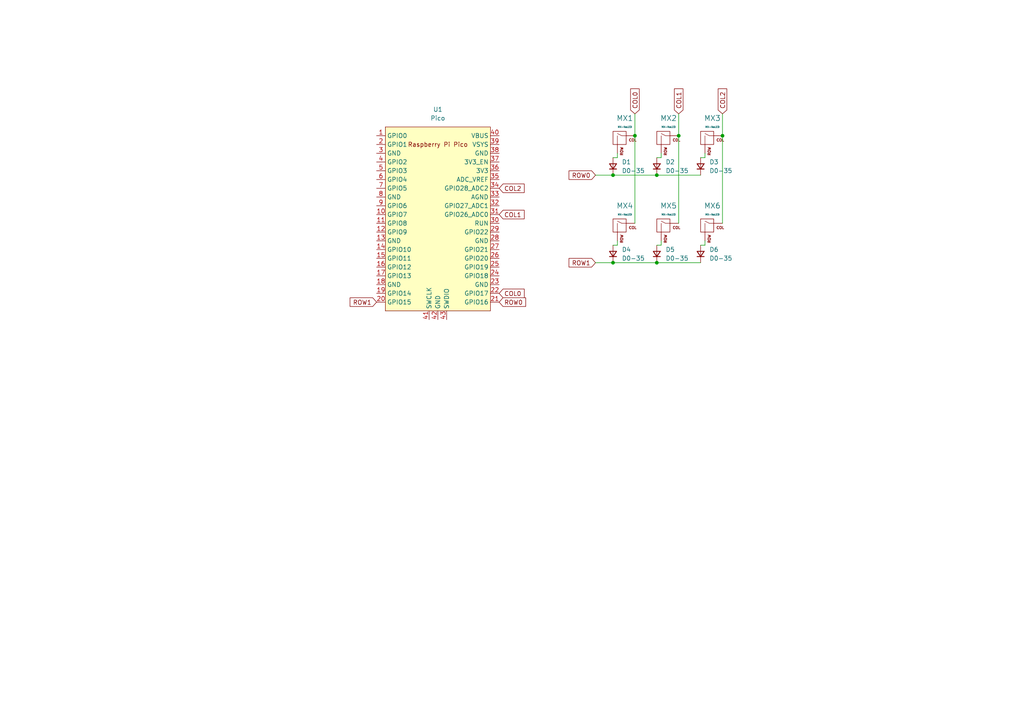
<source format=kicad_sch>
(kicad_sch (version 20230121) (generator eeschema)
  (paper "A4")
  (lib_symbols
    (symbol "Device:D_Small" (pin_numbers hide) (pin_names (offset 0.254) hide)
      (property "Reference" "D" (at -1.27 2.032 0))
      (property "Value" "D_Small" (at -3.81 -2.032 0))
      (symbol "D_Small_0_1"
        (polyline (pts (xy -0.762 -1.016) (xy -0.762 1.016)) (stroke (width 0.254)))
        (polyline (pts (xy -0.762 0) (xy 0.762 0)))
        (polyline (pts (xy 0.762 -1.016) (xy -0.762 0) (xy 0.762 1.016) (xy 0.762 -1.016)) (stroke (width 0.254)))
      )
      (symbol "D_Small_1_1"
        (pin passive line (at -2.54 0 0) (length 1.778) (name "K") (number "1"))
        (pin passive line (at 2.54 0 180) (length 1.778) (name "A") (number "2"))
      )
    )
    (symbol "MCU_RaspberryPi_and_Boards:Pico"
      (property "Reference" "U" (at -13.97 27.94 0))
      (property "Value" "Pico" (at 0 19.05 0))
      (symbol "Pico_0_0"
        (text "Raspberry Pi Pico" (at 0 21.59 0) (effects (font (size 1.27 1.27))))
      )
      (symbol "Pico_0_1"
        (rectangle (start -15.24 26.67) (end 15.24 -26.67) (fill (type background)))
      )
      (symbol "Pico_1_1"
        (pin bidirectional line (at -17.78 24.13 0) (length 2.54) (name "GPIO0") (number "1"))
        (pin bidirectional line (at -17.78 1.27 0) (length 2.54) (name "GPIO7") (number "10"))
        (pin bidirectional line (at -17.78 -1.27 0) (length 2.54) (name "GPIO8") (number "11"))
        (pin bidirectional line (at -17.78 -3.81 0) (length 2.54) (name "GPIO9") (number "12"))
        (pin power_in line (at -17.78 -6.35 0) (length 2.54) (name "GND") (number "13"))
        (pin bidirectional line (at -17.78 -8.89 0) (length 2.54) (name "GPIO10") (number "14"))
        (pin bidirectional line (at -17.78 -11.43 0) (length 2.54) (name "GPIO11") (number "15"))
        (pin bidirectional line (at -17.78 -13.97 0) (length 2.54) (name "GPIO12") (number "16"))
        (pin bidirectional line (at -17.78 -16.51 0) (length 2.54) (name "GPIO13") (number "17"))
        (pin power_in line (at -17.78 -19.05 0) (length 2.54) (name "GND") (number "18"))
        (pin bidirectional line (at -17.78 -21.59 0) (length 2.54) (name "GPIO14") (number "19"))
        (pin bidirectional line (at -17.78 21.59 0) (length 2.54) (name "GPIO1") (number "2"))
        (pin bidirectional line (at -17.78 -24.13 0) (length 2.54) (name "GPIO15") (number "20"))
        (pin bidirectional line (at 17.78 -24.13 180) (length 2.54) (name "GPIO16") (number "21"))
        (pin bidirectional line (at 17.78 -21.59 180) (length 2.54) (name "GPIO17") (number "22"))
        (pin power_in line (at 17.78 -19.05 180) (length 2.54) (name "GND") (number "23"))
        (pin bidirectional line (at 17.78 -16.51 180) (length 2.54) (name "GPIO18") (number "24"))
        (pin bidirectional line (at 17.78 -13.97 180) (length 2.54) (name "GPIO19") (number "25"))
        (pin bidirectional line (at 17.78 -11.43 180) (length 2.54) (name "GPIO20") (number "26"))
        (pin bidirectional line (at 17.78 -8.89 180) (length 2.54) (name "GPIO21") (number "27"))
        (pin power_in line (at 17.78 -6.35 180) (length 2.54) (name "GND") (number "28"))
        (pin bidirectional line (at 17.78 -3.81 180) (length 2.54) (name "GPIO22") (number "29"))
        (pin power_in line (at -17.78 19.05 0) (length 2.54) (name "GND") (number "3"))
        (pin input line (at 17.78 -1.27 180) (length 2.54) (name "RUN") (number "30"))
        (pin bidirectional line (at 17.78 1.27 180) (length 2.54) (name "GPIO26_ADC0") (number "31"))
        (pin bidirectional line (at 17.78 3.81 180) (length 2.54) (name "GPIO27_ADC1") (number "32"))
        (pin power_in line (at 17.78 6.35 180) (length 2.54) (name "AGND") (number "33"))
        (pin bidirectional line (at 17.78 8.89 180) (length 2.54) (name "GPIO28_ADC2") (number "34"))
        (pin power_in line (at 17.78 11.43 180) (length 2.54) (name "ADC_VREF") (number "35"))
        (pin power_in line (at 17.78 13.97 180) (length 2.54) (name "3V3") (number "36"))
        (pin input line (at 17.78 16.51 180) (length 2.54) (name "3V3_EN") (number "37"))
        (pin bidirectional line (at 17.78 19.05 180) (length 2.54) (name "GND") (number "38"))
        (pin power_in line (at 17.78 21.59 180) (length 2.54) (name "VSYS") (number "39"))
        (pin bidirectional line (at -17.78 16.51 0) (length 2.54) (name "GPIO2") (number "4"))
        (pin power_in line (at 17.78 24.13 180) (length 2.54) (name "VBUS") (number "40"))
        (pin input line (at -2.54 -29.21 90) (length 2.54) (name "SWCLK") (number "41"))
        (pin power_in line (at 0 -29.21 90) (length 2.54) (name "GND") (number "42"))
        (pin bidirectional line (at 2.54 -29.21 90) (length 2.54) (name "SWDIO") (number "43"))
        (pin bidirectional line (at -17.78 13.97 0) (length 2.54) (name "GPIO3") (number "5"))
        (pin bidirectional line (at -17.78 11.43 0) (length 2.54) (name "GPIO4") (number "6"))
        (pin bidirectional line (at -17.78 8.89 0) (length 2.54) (name "GPIO5") (number "7"))
        (pin power_in line (at -17.78 6.35 0) (length 2.54) (name "GND") (number "8"))
        (pin bidirectional line (at -17.78 3.81 0) (length 2.54) (name "GPIO6") (number "9"))
      )
    )
    (symbol "MX_Alps_Hybrid:MX-NoLED" (pin_names (offset 1.016))
      (property "Reference" "MX" (at -0.635 3.81 0))
      (property "Value" "MX-NoLED" (at -0.635 1.27 0))
      (symbol "MX-NoLED_0_0"
        (rectangle (start -2.54 2.54) (end 1.27 -1.27))
        (polyline (pts (xy -1.27 -1.27) (xy -1.27 1.27)) (stroke (width 0.127)))
        (polyline (pts (xy 1.27 1.27) (xy 0 1.27) (xy -1.27 1.905)) (stroke (width 0.127)))
        (text "COL" (at 3.175 0 0) (effects (font (size 0.762 0.762))))
        (text "ROW" (at 0 -1.905 900) (effects (font (size 0.762 0.762)) (justify right)))
      )
      (symbol "MX-NoLED_1_1"
        (pin passive line (at 3.81 1.27 180) (length 2.54) (name "COL") (number "1"))
        (pin passive line (at -1.27 -3.81 90) (length 2.54) (name "ROW") (number "2"))
      )
    )
  )
  (junction (at 196.85 39.37))
  (junction (at 209.55 39.37))
  (junction (at 177.8 76.2))
  (junction (at 177.8 50.8))
  (junction (at 190.5 76.2))
  (junction (at 190.5 50.8))
  (junction (at 184.15 39.37))
  (wire (pts (xy 203.2 45.72) (xy 204.47 45.72)))
  (wire (pts (xy 204.47 69.85) (xy 204.47 71.12)))
  (wire (pts (xy 204.47 44.45) (xy 204.47 45.72)))
  (wire (pts (xy 179.07 45.72) (xy 177.8 45.72)))
  (wire (pts (xy 209.55 39.37) (xy 209.55 64.77)))
  (wire (pts (xy 196.85 33.02) (xy 196.85 39.37)))
  (wire (pts (xy 177.8 50.8) (xy 190.5 50.8)))
  (wire (pts (xy 191.77 44.45) (xy 191.77 45.72)))
  (wire (pts (xy 209.55 33.02) (xy 209.55 39.37)))
  (wire (pts (xy 172.72 76.2) (xy 177.8 76.2)))
  (wire (pts (xy 191.77 69.85) (xy 191.77 71.12)))
  (wire (pts (xy 191.77 71.12) (xy 190.5 71.12)))
  (wire (pts (xy 190.5 50.8) (xy 203.2 50.8)))
  (wire (pts (xy 172.72 50.8) (xy 177.8 50.8)))
  (wire (pts (xy 196.85 39.37) (xy 196.85 64.77)))
  (wire (pts (xy 191.77 45.72) (xy 190.5 45.72)))
  (wire (pts (xy 179.07 44.45) (xy 179.07 45.72)))
  (wire (pts (xy 179.07 71.12) (xy 177.8 71.12)))
  (wire (pts (xy 184.15 39.37) (xy 184.15 64.77)))
  (wire (pts (xy 204.47 71.12) (xy 203.2 71.12)))
  (wire (pts (xy 184.15 33.02) (xy 184.15 39.37)))
  (wire (pts (xy 177.8 76.2) (xy 190.5 76.2)))
  (wire (pts (xy 179.07 69.85) (xy 179.07 71.12)))
  (wire (pts (xy 190.5 76.2) (xy 203.2 76.2)))
  (global_label "COL1" (shape input) (at 144.78 62.23 0) (property "Intersheetrefs" "${INTERSHEET_REFS}" (effects hide)))
  (global_label "COL0" (shape input) (at 184.15 33.02 90) (property "Intersheetrefs" "${INTERSHEET_REFS}" (effects hide)))
  (global_label "ROW0" (shape input) (at 172.72 50.8 180) (property "Intersheetrefs" "${INTERSHEET_REFS}" (effects hide)))
  (global_label "ROW1" (shape input) (at 172.72 76.2 180) (property "Intersheetrefs" "${INTERSHEET_REFS}" (effects hide)))
  (global_label "ROW0" (shape input) (at 144.78 87.63 0) (property "Intersheetrefs" "${INTERSHEET_REFS}" (effects hide)))
  (global_label "COL2" (shape input) (at 209.55 33.02 90) (property "Intersheetrefs" "${INTERSHEET_REFS}" (effects hide)))
  (global_label "COL1" (shape input) (at 196.85 33.02 90) (property "Intersheetrefs" "${INTERSHEET_REFS}" (effects hide)))
  (global_label "COL0" (shape input) (at 144.78 85.09 0) (property "Intersheetrefs" "${INTERSHEET_REFS}" (effects hide)))
  (global_label "COL2" (shape input) (at 144.78 54.61 0) (property "Intersheetrefs" "${INTERSHEET_REFS}" (effects hide)))
  (global_label "ROW1" (shape input) (at 109.22 87.63 180) (property "Intersheetrefs" "${INTERSHEET_REFS}" (effects hide)))
  (symbol (lib_id "Device:D_Small") (at 190.5 73.66 90) (unit 1)
    (property "Reference" "D5" (at 193.04 72.39 90) (effects (justify right)))
    (property "Value" "D0-35" (at 193.04 74.93 90) (effects (justify right)))
    (property "Footprint" "onesemi-1N914:ON_Semiconductor-017AG-08_2016-O-MFG" (effects hide))
    (property "Sim.Device" "D" (effects hide))
    (property "Sim.Pins" "1=K 2=A" (effects hide))
  )
  (symbol (lib_id "MX_Alps_Hybrid:MX-NoLED") (at 180.34 66.04 0) (unit 1)
    (property "Reference" "MX4" (at 181.2232 59.69 0) (effects (font (size 1.524 1.524))))
    (property "Value" "MX-NoLED" (at 181.2232 62.23 0) (effects (font (size 0.508 0.508))))
    (property "Footprint" "MX_Alps_Hybrid:MX-1U-NoLED" (effects hide))
  )
  (symbol (lib_id "MCU_RaspberryPi_and_Boards:Pico") (at 127 63.5 0) (unit 1)
    (property "Reference" "U1" (at 127 31.75 0))
    (property "Value" "Pico" (at 127 34.29 0))
    (property "Footprint" "MCU_RaspberryPi_and_Boards:RPi_Pico_SMD_TH" (effects hide))
  )
  (symbol (lib_id "MX_Alps_Hybrid:MX-NoLED") (at 205.74 66.04 0) (unit 1)
    (property "Reference" "MX6" (at 206.6232 59.69 0) (effects (font (size 1.524 1.524))))
    (property "Value" "MX-NoLED" (at 206.6232 62.23 0) (effects (font (size 0.508 0.508))))
    (property "Footprint" "MX_Alps_Hybrid:MX-1U-NoLED" (effects hide))
  )
  (symbol (lib_id "MX_Alps_Hybrid:MX-NoLED") (at 180.34 40.64 0) (unit 1)
    (property "Reference" "MX1" (at 181.2232 34.29 0) (effects (font (size 1.524 1.524))))
    (property "Value" "MX-NoLED" (at 181.2232 36.83 0) (effects (font (size 0.508 0.508))))
    (property "Footprint" "MX_Alps_Hybrid:MX-1U-NoLED" (effects hide))
  )
  (symbol (lib_id "MX_Alps_Hybrid:MX-NoLED") (at 193.04 40.64 0) (unit 1)
    (property "Reference" "MX2" (at 193.9232 34.29 0) (effects (font (size 1.524 1.524))))
    (property "Value" "MX-NoLED" (at 193.9232 36.83 0) (effects (font (size 0.508 0.508))))
    (property "Footprint" "MX_Alps_Hybrid:MX-1U-NoLED" (effects hide))
  )
  (symbol (lib_id "MX_Alps_Hybrid:MX-NoLED") (at 193.04 66.04 0) (unit 1)
    (property "Reference" "MX5" (at 193.9232 59.69 0) (effects (font (size 1.524 1.524))))
    (property "Value" "MX-NoLED" (at 193.9232 62.23 0) (effects (font (size 0.508 0.508))))
    (property "Footprint" "MX_Alps_Hybrid:MX-1U-NoLED" (effects hide))
  )
  (symbol (lib_id "MX_Alps_Hybrid:MX-NoLED") (at 205.74 40.64 0) (unit 1)
    (property "Reference" "MX3" (at 206.6232 34.29 0) (effects (font (size 1.524 1.524))))
    (property "Value" "MX-NoLED" (at 206.6232 36.83 0) (effects (font (size 0.508 0.508))))
    (property "Footprint" "MX_Alps_Hybrid:MX-1U-NoLED" (effects hide))
  )
  (symbol (lib_id "Device:D_Small") (at 177.8 73.66 90) (unit 1)
    (property "Reference" "D4" (at 180.34 72.39 90) (effects (justify right)))
    (property "Value" "D0-35" (at 180.34 74.93 90) (effects (justify right)))
    (property "Footprint" "onesemi-1N914:ON_Semiconductor-017AG-08_2016-O-MFG" (effects hide))
    (property "Sim.Device" "D" (effects hide))
    (property "Sim.Pins" "1=K 2=A" (effects hide))
  )
  (symbol (lib_id "Device:D_Small") (at 190.5 48.26 90) (unit 1)
    (property "Reference" "D2" (at 193.04 46.99 90) (effects (justify right)))
    (property "Value" "D0-35" (at 193.04 49.53 90) (effects (justify right)))
    (property "Footprint" "onesemi-1N914:ON_Semiconductor-017AG-08_2016-O-MFG" (effects hide))
    (property "Sim.Device" "D" (effects hide))
    (property "Sim.Pins" "1=K 2=A" (effects hide))
  )
  (symbol (lib_id "Device:D_Small") (at 177.8 48.26 90) (unit 1)
    (property "Reference" "D1" (at 180.34 46.99 90) (effects (justify right)))
    (property "Value" "D0-35" (at 180.34 49.53 90) (effects (justify right)))
    (property "Footprint" "onesemi-1N914:ON_Semiconductor-017AG-08_2016-O-MFG" (effects hide))
    (property "Sim.Device" "D" (effects hide))
    (property "Sim.Pins" "1=K 2=A" (effects hide))
  )
  (symbol (lib_id "Device:D_Small") (at 203.2 48.26 90) (unit 1)
    (property "Reference" "D3" (at 205.74 46.99 90) (effects (justify right)))
    (property "Value" "D0-35" (at 205.74 49.53 90) (effects (justify right)))
    (property "Footprint" "onesemi-1N914:ON_Semiconductor-017AG-08_2016-O-MFG" (effects hide))
    (property "Sim.Device" "D" (effects hide))
    (property "Sim.Pins" "1=K 2=A" (effects hide))
  )
  (symbol (lib_id "Device:D_Small") (at 203.2 73.66 90) (unit 1)
    (property "Reference" "D6" (at 205.74 72.39 90) (effects (justify right)))
    (property "Value" "D0-35" (at 205.74 74.93 90) (effects (justify right)))
    (property "Footprint" "onesemi-1N914:ON_Semiconductor-017AG-08_2016-O-MFG" (effects hide))
    (property "Sim.Device" "D" (effects hide))
    (property "Sim.Pins" "1=K 2=A" (effects hide))
  )
)
</source>
